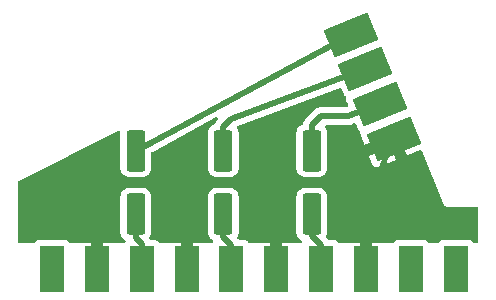
<source format=gbr>
%TF.GenerationSoftware,KiCad,Pcbnew,8.0.0*%
%TF.CreationDate,2025-10-26T17:29:43+03:00*%
%TF.ProjectId,SCART_Cable_Breakout,53434152-545f-4436-9162-6c655f427265,rev?*%
%TF.SameCoordinates,Original*%
%TF.FileFunction,Copper,L1,Top*%
%TF.FilePolarity,Positive*%
%FSLAX46Y46*%
G04 Gerber Fmt 4.6, Leading zero omitted, Abs format (unit mm)*
G04 Created by KiCad (PCBNEW 8.0.0) date 2025-10-26 17:29:43*
%MOMM*%
%LPD*%
G01*
G04 APERTURE LIST*
G04 Aperture macros list*
%AMRoundRect*
0 Rectangle with rounded corners*
0 $1 Rounding radius*
0 $2 $3 $4 $5 $6 $7 $8 $9 X,Y pos of 4 corners*
0 Add a 4 corners polygon primitive as box body*
4,1,4,$2,$3,$4,$5,$6,$7,$8,$9,$2,$3,0*
0 Add four circle primitives for the rounded corners*
1,1,$1+$1,$2,$3*
1,1,$1+$1,$4,$5*
1,1,$1+$1,$6,$7*
1,1,$1+$1,$8,$9*
0 Add four rect primitives between the rounded corners*
20,1,$1+$1,$2,$3,$4,$5,0*
20,1,$1+$1,$4,$5,$6,$7,0*
20,1,$1+$1,$6,$7,$8,$9,0*
20,1,$1+$1,$8,$9,$2,$3,0*%
%AMRotRect*
0 Rectangle, with rotation*
0 The origin of the aperture is its center*
0 $1 length*
0 $2 width*
0 $3 Rotation angle, in degrees counterclockwise*
0 Add horizontal line*
21,1,$1,$2,0,0,$3*%
G04 Aperture macros list end*
%TA.AperFunction,SMDPad,CuDef*%
%ADD10RoundRect,0.250000X-0.550000X1.500000X-0.550000X-1.500000X0.550000X-1.500000X0.550000X1.500000X0*%
%TD*%
%TA.AperFunction,SMDPad,CuDef*%
%ADD11R,2.000000X4.000000*%
%TD*%
%TA.AperFunction,SMDPad,CuDef*%
%ADD12RotRect,4.000000X2.500000X202.300000*%
%TD*%
%TA.AperFunction,ViaPad*%
%ADD13C,0.600000*%
%TD*%
%TA.AperFunction,Conductor*%
%ADD14C,0.500000*%
%TD*%
%TA.AperFunction,Conductor*%
%ADD15C,1.000000*%
%TD*%
G04 APERTURE END LIST*
D10*
%TO.P,C2,1*%
%TO.N,/GREEN_IN*%
X90900000Y-91200000D03*
%TO.P,C2,2*%
%TO.N,/RGB_GREEN*%
X90900000Y-96600000D03*
%TD*%
%TO.P,C1,1*%
%TO.N,/RED_IN*%
X83500000Y-91200000D03*
%TO.P,C1,2*%
%TO.N,/RGB_RED*%
X83500000Y-96600000D03*
%TD*%
D11*
%TO.P,J1,1,P1*%
%TO.N,/AUDIO_OUT_R*%
X110600000Y-101250000D03*
%TO.P,J1,3,P3*%
%TO.N,/AUDIO_OUT_L_MONO*%
X106800000Y-101250000D03*
%TO.P,J1,5,P5*%
%TO.N,GND*%
X103000000Y-101250000D03*
%TO.P,J1,7,P7*%
%TO.N,/RGB_BLUE*%
X99200000Y-101250000D03*
%TO.P,J1,9,P9*%
%TO.N,GND*%
X95400000Y-101250000D03*
%TO.P,J1,11,P11*%
%TO.N,/RGB_GREEN*%
X91600000Y-101250000D03*
%TO.P,J1,13,P13*%
%TO.N,GND*%
X87800000Y-101250000D03*
%TO.P,J1,15,P15*%
%TO.N,/RGB_RED*%
X84000000Y-101250000D03*
%TO.P,J1,17,P17*%
%TO.N,GND*%
X80200000Y-101250000D03*
%TO.P,J1,19,P19*%
%TO.N,/COMPOSITE_VIDEO_OUT*%
X76400000Y-101250000D03*
%TD*%
D12*
%TO.P,J2,1,Pin_1*%
%TO.N,/RED_IN*%
X101741892Y-81397260D03*
%TO.P,J2,2,Pin_2*%
%TO.N,/GREEN_IN*%
X102918205Y-84265409D03*
%TO.P,J2,3,Pin_3*%
%TO.N,/BLUE_IN*%
X104132466Y-87226079D03*
%TO.P,J2,4,Pin_4*%
%TO.N,GND*%
X105346724Y-90186752D03*
%TD*%
D10*
%TO.P,C3,1*%
%TO.N,/BLUE_IN*%
X98400000Y-91200000D03*
%TO.P,C3,2*%
%TO.N,/RGB_BLUE*%
X98400000Y-96600000D03*
%TD*%
D13*
%TO.N,GND*%
X78606497Y-98200000D03*
X100500000Y-97900000D03*
X100400000Y-92000000D03*
X77000000Y-98200000D03*
X87800000Y-98550000D03*
X105800000Y-94900000D03*
X95400000Y-98550000D03*
X105800000Y-97600000D03*
%TD*%
D14*
%TO.N,/RED_IN*%
X101741892Y-81397260D02*
X83500000Y-91200000D01*
%TO.N,/RGB_RED*%
X83500000Y-98600000D02*
X83500000Y-96600000D01*
X84000000Y-99100000D02*
X83500000Y-98600000D01*
X84000000Y-101250000D02*
X84000000Y-99100000D01*
%TO.N,/RGB_GREEN*%
X91600000Y-99200000D02*
X90900000Y-98500000D01*
X90900000Y-98500000D02*
X90900000Y-96600000D01*
X91750000Y-101100000D02*
X91600000Y-101250000D01*
X91600000Y-101250000D02*
X91600000Y-99200000D01*
%TO.N,/GREEN_IN*%
X102918205Y-84265409D02*
X91600000Y-88500000D01*
X90900000Y-91200000D02*
X90900000Y-89200000D01*
X90900000Y-89200000D02*
X91600000Y-88500000D01*
%TO.N,/RGB_BLUE*%
X99250000Y-101200000D02*
X99200000Y-101250000D01*
X98400000Y-98400000D02*
X98400000Y-96600000D01*
X99200000Y-99200000D02*
X98400000Y-98400000D01*
X99200000Y-101250000D02*
X99200000Y-99200000D01*
%TO.N,/BLUE_IN*%
X104132466Y-87226079D02*
X101500000Y-88300000D01*
X98400000Y-91200000D02*
X98400000Y-89050000D01*
X99150000Y-88300000D02*
X101500000Y-88300000D01*
X98400000Y-89050000D02*
X99150000Y-88300000D01*
D15*
%TO.N,GND*%
X105800000Y-90640028D02*
X105346724Y-90186752D01*
X87800000Y-101250000D02*
X87800000Y-98550000D01*
X106200000Y-92300000D02*
X105346724Y-90186752D01*
X105346724Y-90186752D02*
X102700000Y-91300000D01*
X95400000Y-101250000D02*
X95400000Y-98550000D01*
X80200000Y-101250000D02*
X80200000Y-98200000D01*
X103000000Y-101250000D02*
X103000000Y-98400000D01*
%TD*%
%TA.AperFunction,Conductor*%
%TO.N,GND*%
G36*
X100878506Y-85907246D02*
G01*
X100905640Y-85947963D01*
X101097202Y-86415037D01*
X101097205Y-86415043D01*
X101125753Y-86467764D01*
X101125755Y-86467766D01*
X101223454Y-86573441D01*
X101223461Y-86573446D01*
X101259216Y-86594829D01*
X101306649Y-86646131D01*
X101318816Y-86714933D01*
X101315613Y-86732335D01*
X101305168Y-86772667D01*
X101305168Y-86772668D01*
X101309803Y-86916523D01*
X101323963Y-86965375D01*
X101326493Y-86974104D01*
X101442715Y-87257484D01*
X101485286Y-87361281D01*
X101492512Y-87430776D01*
X101461019Y-87493146D01*
X101417402Y-87523146D01*
X101386757Y-87535648D01*
X101375325Y-87540312D01*
X101328485Y-87549500D01*
X99076080Y-87549500D01*
X98931092Y-87578340D01*
X98931082Y-87578343D01*
X98794511Y-87634912D01*
X98794498Y-87634919D01*
X98671584Y-87717048D01*
X98671580Y-87717051D01*
X97817046Y-88571585D01*
X97815488Y-88573919D01*
X97815479Y-88573933D01*
X97734913Y-88694508D01*
X97678342Y-88831084D01*
X97678340Y-88831092D01*
X97663642Y-88904982D01*
X97631256Y-88966893D01*
X97581032Y-88998495D01*
X97530667Y-89015185D01*
X97381342Y-89107289D01*
X97257289Y-89231342D01*
X97165187Y-89380663D01*
X97165185Y-89380668D01*
X97145277Y-89440746D01*
X97110001Y-89547203D01*
X97110001Y-89547204D01*
X97110000Y-89547204D01*
X97099500Y-89649983D01*
X97099500Y-92750001D01*
X97099501Y-92750018D01*
X97110000Y-92852796D01*
X97110001Y-92852799D01*
X97165185Y-93019331D01*
X97165186Y-93019334D01*
X97257288Y-93168656D01*
X97381344Y-93292712D01*
X97530666Y-93384814D01*
X97697203Y-93439999D01*
X97799991Y-93450500D01*
X99000008Y-93450499D01*
X99102797Y-93439999D01*
X99269334Y-93384814D01*
X99418656Y-93292712D01*
X99542712Y-93168656D01*
X99634814Y-93019334D01*
X99689999Y-92852797D01*
X99700500Y-92750009D01*
X99700499Y-89649992D01*
X99689999Y-89547203D01*
X99634814Y-89380666D01*
X99631761Y-89375717D01*
X99547802Y-89239596D01*
X99529362Y-89172204D01*
X99550285Y-89105541D01*
X99603927Y-89060771D01*
X99653341Y-89050500D01*
X101497742Y-89050500D01*
X101498405Y-89050501D01*
X101569897Y-89050885D01*
X101569899Y-89050884D01*
X101570002Y-89050885D01*
X101571676Y-89050721D01*
X101572345Y-89050657D01*
X101573819Y-89050519D01*
X101573915Y-89050500D01*
X101573918Y-89050500D01*
X101644397Y-89036480D01*
X101715044Y-89022821D01*
X101715048Y-89022819D01*
X101715142Y-89022801D01*
X101716588Y-89022363D01*
X101717213Y-89022175D01*
X101718824Y-89021695D01*
X101784859Y-88994342D01*
X101785372Y-88994129D01*
X101987393Y-88911714D01*
X102056901Y-88904619D01*
X102119212Y-88936228D01*
X102148957Y-88979476D01*
X102311463Y-89375707D01*
X102311466Y-89375713D01*
X102340014Y-89428434D01*
X102340016Y-89428436D01*
X102437715Y-89534111D01*
X102437719Y-89534114D01*
X102473922Y-89555765D01*
X102521354Y-89607068D01*
X102533521Y-89675870D01*
X102530319Y-89693268D01*
X102519928Y-89733396D01*
X102519928Y-89733398D01*
X102524558Y-89877109D01*
X102541228Y-89934621D01*
X103526170Y-92336157D01*
X103526173Y-92336165D01*
X103554685Y-92388816D01*
X103554687Y-92388820D01*
X103652291Y-92494392D01*
X103652295Y-92494395D01*
X103775685Y-92568187D01*
X103775690Y-92568189D01*
X103914871Y-92604232D01*
X104058575Y-92599602D01*
X104058578Y-92599602D01*
X104067495Y-92597016D01*
X105164713Y-89974036D01*
X105208744Y-89919786D01*
X105275115Y-89897952D01*
X105326960Y-89907493D01*
X105559439Y-90004741D01*
X105613689Y-90048772D01*
X105635523Y-90115143D01*
X105625982Y-90166988D01*
X104718765Y-92335758D01*
X104718766Y-92335759D01*
X107550339Y-91174445D01*
X107619834Y-91167219D01*
X107682204Y-91198712D01*
X107712112Y-91242104D01*
X109521818Y-95653080D01*
X109526872Y-95668049D01*
X109533608Y-95693185D01*
X109533608Y-95693186D01*
X109545557Y-95713882D01*
X109552888Y-95728811D01*
X109561963Y-95750929D01*
X109561964Y-95750931D01*
X109561966Y-95750935D01*
X109577740Y-95771637D01*
X109586488Y-95784778D01*
X109598704Y-95805935D01*
X109599500Y-95807314D01*
X109599502Y-95807316D01*
X109616400Y-95824214D01*
X109627349Y-95836741D01*
X109641838Y-95855756D01*
X109662426Y-95871664D01*
X109674291Y-95882105D01*
X109692686Y-95900500D01*
X109692687Y-95900501D01*
X109692689Y-95900502D01*
X109713379Y-95912447D01*
X109727198Y-95921713D01*
X109746119Y-95936333D01*
X109746121Y-95936334D01*
X109770111Y-95946365D01*
X109784280Y-95953381D01*
X109806814Y-95966392D01*
X109829904Y-95972578D01*
X109845651Y-95977954D01*
X109867697Y-95987173D01*
X109867702Y-95987175D01*
X109893483Y-95990657D01*
X109908982Y-95993767D01*
X109934108Y-96000500D01*
X109958011Y-96000500D01*
X109974609Y-96001615D01*
X109998300Y-96004816D01*
X110024106Y-96001506D01*
X110039877Y-96000500D01*
X112375500Y-96000500D01*
X112442539Y-96020185D01*
X112488294Y-96072989D01*
X112499500Y-96124500D01*
X112499500Y-98876000D01*
X112479815Y-98943039D01*
X112427011Y-98988794D01*
X112375500Y-99000000D01*
X112100124Y-99000000D01*
X112033085Y-98980315D01*
X112000859Y-98950313D01*
X111957546Y-98892454D01*
X111932185Y-98873469D01*
X111842335Y-98806206D01*
X111842328Y-98806202D01*
X111707482Y-98755908D01*
X111707483Y-98755908D01*
X111647883Y-98749501D01*
X111647881Y-98749500D01*
X111647873Y-98749500D01*
X111647864Y-98749500D01*
X109552129Y-98749500D01*
X109552123Y-98749501D01*
X109492516Y-98755908D01*
X109357671Y-98806202D01*
X109357664Y-98806206D01*
X109242456Y-98892452D01*
X109242455Y-98892453D01*
X109242454Y-98892454D01*
X109199141Y-98950312D01*
X109143209Y-98992182D01*
X109099876Y-99000000D01*
X108300124Y-99000000D01*
X108233085Y-98980315D01*
X108200859Y-98950313D01*
X108157546Y-98892454D01*
X108132185Y-98873469D01*
X108042335Y-98806206D01*
X108042328Y-98806202D01*
X107907482Y-98755908D01*
X107907483Y-98755908D01*
X107847883Y-98749501D01*
X107847881Y-98749500D01*
X107847873Y-98749500D01*
X107847864Y-98749500D01*
X105752129Y-98749500D01*
X105752123Y-98749501D01*
X105692516Y-98755908D01*
X105557671Y-98806202D01*
X105557664Y-98806206D01*
X105442456Y-98892452D01*
X105442455Y-98892453D01*
X105442454Y-98892454D01*
X105399141Y-98950312D01*
X105343209Y-98992182D01*
X105299876Y-99000000D01*
X100700124Y-99000000D01*
X100633085Y-98980315D01*
X100600859Y-98950313D01*
X100557546Y-98892454D01*
X100532185Y-98873469D01*
X100442335Y-98806206D01*
X100442328Y-98806202D01*
X100307482Y-98755908D01*
X100307483Y-98755908D01*
X100247883Y-98749501D01*
X100247881Y-98749500D01*
X100247873Y-98749500D01*
X100247865Y-98749500D01*
X99862230Y-98749500D01*
X99795191Y-98729815D01*
X99774549Y-98713181D01*
X99645350Y-98583982D01*
X99611865Y-98522659D01*
X99616849Y-98452967D01*
X99627489Y-98431208D01*
X99634814Y-98419334D01*
X99689999Y-98252797D01*
X99700500Y-98150009D01*
X99700499Y-95049992D01*
X99689999Y-94947203D01*
X99634814Y-94780666D01*
X99542712Y-94631344D01*
X99418656Y-94507288D01*
X99269334Y-94415186D01*
X99102797Y-94360001D01*
X99102795Y-94360000D01*
X99000010Y-94349500D01*
X97799998Y-94349500D01*
X97799981Y-94349501D01*
X97697203Y-94360000D01*
X97697200Y-94360001D01*
X97530668Y-94415185D01*
X97530663Y-94415187D01*
X97381342Y-94507289D01*
X97257289Y-94631342D01*
X97165187Y-94780663D01*
X97165186Y-94780666D01*
X97110001Y-94947203D01*
X97110001Y-94947204D01*
X97110000Y-94947204D01*
X97099500Y-95049983D01*
X97099500Y-98150001D01*
X97099501Y-98150018D01*
X97110000Y-98252796D01*
X97110001Y-98252799D01*
X97165185Y-98419331D01*
X97165187Y-98419336D01*
X97172507Y-98431204D01*
X97252198Y-98560404D01*
X97257289Y-98568657D01*
X97381344Y-98692712D01*
X97507396Y-98770461D01*
X97554121Y-98822409D01*
X97565344Y-98891371D01*
X97537500Y-98955454D01*
X97479432Y-98994310D01*
X97442300Y-99000000D01*
X93100124Y-99000000D01*
X93033085Y-98980315D01*
X93000859Y-98950313D01*
X92957546Y-98892454D01*
X92932185Y-98873469D01*
X92842335Y-98806206D01*
X92842328Y-98806202D01*
X92707482Y-98755908D01*
X92707483Y-98755908D01*
X92647883Y-98749501D01*
X92647881Y-98749500D01*
X92647873Y-98749500D01*
X92647865Y-98749500D01*
X92262229Y-98749500D01*
X92195190Y-98729815D01*
X92174548Y-98713181D01*
X92107200Y-98645833D01*
X92073715Y-98584510D01*
X92078699Y-98514818D01*
X92089338Y-98493061D01*
X92134814Y-98419334D01*
X92189999Y-98252797D01*
X92200500Y-98150009D01*
X92200499Y-95049992D01*
X92189999Y-94947203D01*
X92134814Y-94780666D01*
X92042712Y-94631344D01*
X91918656Y-94507288D01*
X91769334Y-94415186D01*
X91602797Y-94360001D01*
X91602795Y-94360000D01*
X91500010Y-94349500D01*
X90299998Y-94349500D01*
X90299981Y-94349501D01*
X90197203Y-94360000D01*
X90197200Y-94360001D01*
X90030668Y-94415185D01*
X90030663Y-94415187D01*
X89881342Y-94507289D01*
X89757289Y-94631342D01*
X89665187Y-94780663D01*
X89665186Y-94780666D01*
X89610001Y-94947203D01*
X89610001Y-94947204D01*
X89610000Y-94947204D01*
X89599500Y-95049983D01*
X89599500Y-98150001D01*
X89599501Y-98150018D01*
X89610000Y-98252796D01*
X89610001Y-98252799D01*
X89665185Y-98419331D01*
X89665187Y-98419336D01*
X89672507Y-98431204D01*
X89752198Y-98560404D01*
X89757289Y-98568657D01*
X89881344Y-98692712D01*
X90007396Y-98770461D01*
X90054121Y-98822409D01*
X90065344Y-98891371D01*
X90037500Y-98955454D01*
X89979432Y-98994310D01*
X89942300Y-99000000D01*
X85500124Y-99000000D01*
X85433085Y-98980315D01*
X85400859Y-98950313D01*
X85357546Y-98892454D01*
X85332185Y-98873469D01*
X85242335Y-98806206D01*
X85242328Y-98806202D01*
X85107482Y-98755908D01*
X85107483Y-98755908D01*
X85047883Y-98749501D01*
X85047881Y-98749500D01*
X85047873Y-98749500D01*
X85047865Y-98749500D01*
X84753341Y-98749500D01*
X84686302Y-98729815D01*
X84640547Y-98677011D01*
X84630603Y-98607853D01*
X84647802Y-98560404D01*
X84714069Y-98452967D01*
X84734814Y-98419334D01*
X84789999Y-98252797D01*
X84800500Y-98150009D01*
X84800499Y-95049992D01*
X84789999Y-94947203D01*
X84734814Y-94780666D01*
X84642712Y-94631344D01*
X84518656Y-94507288D01*
X84369334Y-94415186D01*
X84202797Y-94360001D01*
X84202795Y-94360000D01*
X84100010Y-94349500D01*
X82899998Y-94349500D01*
X82899981Y-94349501D01*
X82797203Y-94360000D01*
X82797200Y-94360001D01*
X82630668Y-94415185D01*
X82630663Y-94415187D01*
X82481342Y-94507289D01*
X82357289Y-94631342D01*
X82265187Y-94780663D01*
X82265186Y-94780666D01*
X82210001Y-94947203D01*
X82210001Y-94947204D01*
X82210000Y-94947204D01*
X82199500Y-95049983D01*
X82199500Y-98150001D01*
X82199501Y-98150018D01*
X82210000Y-98252796D01*
X82210001Y-98252799D01*
X82265185Y-98419331D01*
X82265187Y-98419336D01*
X82272507Y-98431204D01*
X82352198Y-98560404D01*
X82357289Y-98568657D01*
X82481344Y-98692712D01*
X82578372Y-98752559D01*
X82625097Y-98804507D01*
X82636320Y-98873469D01*
X82612546Y-98932404D01*
X82599146Y-98950306D01*
X82543215Y-98992180D01*
X82499876Y-99000000D01*
X77900124Y-99000000D01*
X77833085Y-98980315D01*
X77800859Y-98950313D01*
X77757546Y-98892454D01*
X77732185Y-98873469D01*
X77642335Y-98806206D01*
X77642328Y-98806202D01*
X77507482Y-98755908D01*
X77507483Y-98755908D01*
X77447883Y-98749501D01*
X77447881Y-98749500D01*
X77447873Y-98749500D01*
X77447864Y-98749500D01*
X75352129Y-98749500D01*
X75352123Y-98749501D01*
X75292516Y-98755908D01*
X75157671Y-98806202D01*
X75157664Y-98806206D01*
X75042456Y-98892452D01*
X75042455Y-98892453D01*
X75042454Y-98892454D01*
X74999141Y-98950312D01*
X74943209Y-98992182D01*
X74899876Y-99000000D01*
X73624500Y-99000000D01*
X73557461Y-98980315D01*
X73511706Y-98927511D01*
X73500500Y-98876000D01*
X73500500Y-93886107D01*
X73520185Y-93819068D01*
X73569081Y-93775180D01*
X82020085Y-89553246D01*
X82088852Y-89540896D01*
X82153382Y-89567685D01*
X82193185Y-89625109D01*
X82199500Y-89664175D01*
X82199500Y-92750001D01*
X82199501Y-92750018D01*
X82210000Y-92852796D01*
X82210001Y-92852799D01*
X82265185Y-93019331D01*
X82265186Y-93019334D01*
X82357288Y-93168656D01*
X82481344Y-93292712D01*
X82630666Y-93384814D01*
X82797203Y-93439999D01*
X82899991Y-93450500D01*
X84100008Y-93450499D01*
X84202797Y-93439999D01*
X84369334Y-93384814D01*
X84518656Y-93292712D01*
X84642712Y-93168656D01*
X84734814Y-93019334D01*
X84789999Y-92852797D01*
X84800500Y-92750009D01*
X84800499Y-91427276D01*
X84820184Y-91360238D01*
X84865803Y-91318049D01*
X85087877Y-91198712D01*
X90294597Y-88400749D01*
X90362966Y-88386356D01*
X90428265Y-88411211D01*
X90469760Y-88467424D01*
X90474278Y-88537147D01*
X90440973Y-88597659D01*
X90317044Y-88721588D01*
X90281168Y-88775284D01*
X90281166Y-88775286D01*
X90234917Y-88844502D01*
X90234913Y-88844508D01*
X90207171Y-88911482D01*
X90163329Y-88965885D01*
X90131617Y-88981732D01*
X90030668Y-89015184D01*
X89881342Y-89107289D01*
X89757289Y-89231342D01*
X89665187Y-89380663D01*
X89665185Y-89380668D01*
X89645277Y-89440746D01*
X89610001Y-89547203D01*
X89610001Y-89547204D01*
X89610000Y-89547204D01*
X89599500Y-89649983D01*
X89599500Y-92750001D01*
X89599501Y-92750018D01*
X89610000Y-92852796D01*
X89610001Y-92852799D01*
X89665185Y-93019331D01*
X89665186Y-93019334D01*
X89757288Y-93168656D01*
X89881344Y-93292712D01*
X90030666Y-93384814D01*
X90197203Y-93439999D01*
X90299991Y-93450500D01*
X91500008Y-93450499D01*
X91602797Y-93439999D01*
X91769334Y-93384814D01*
X91918656Y-93292712D01*
X92042712Y-93168656D01*
X92134814Y-93019334D01*
X92189999Y-92852797D01*
X92200500Y-92750009D01*
X92200499Y-89649992D01*
X92189999Y-89547203D01*
X92134814Y-89380666D01*
X92073948Y-89281986D01*
X92055509Y-89214596D01*
X92076432Y-89147933D01*
X92130074Y-89103163D01*
X92136005Y-89100766D01*
X100747462Y-85878877D01*
X100817149Y-85873823D01*
X100878506Y-85907246D01*
G37*
%TD.AperFunction*%
%TD*%
M02*

</source>
